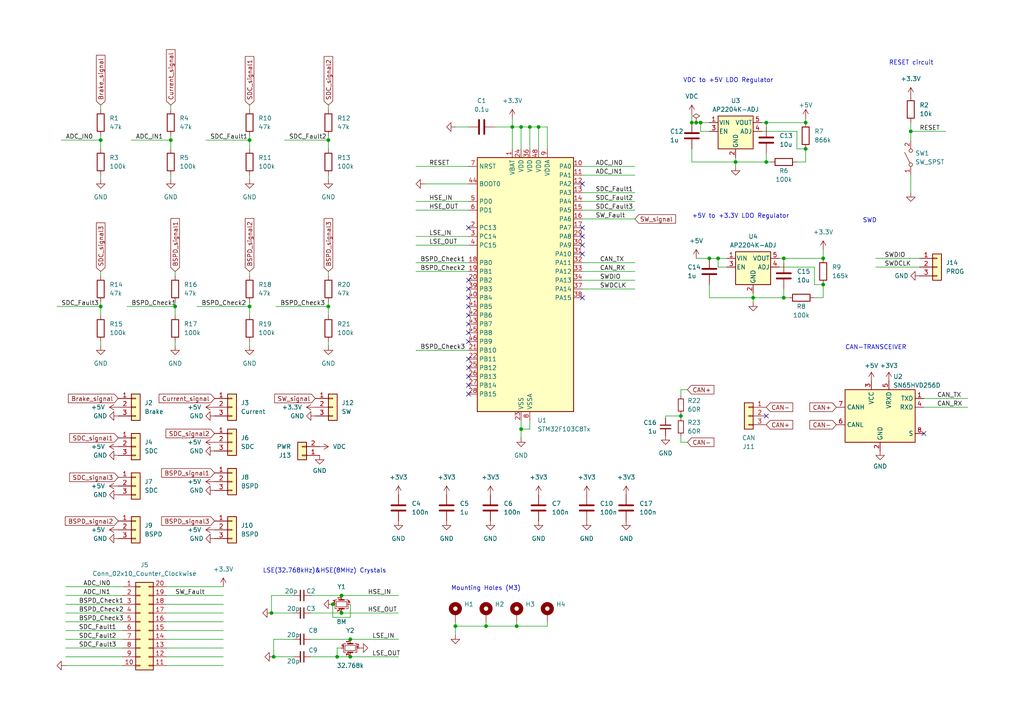
<source format=kicad_sch>
(kicad_sch (version 20230121) (generator eeschema)
  (paper "A4")
  (junction (at 96.52 175.26))
  (junction (at 97.79 190.5))
  (junction (at 132.08 181.61))
  (junction (at 233.68 35.56))
  (junction (at 99.06 177.8))
  (junction (at 149.86 181.61))
  (junction (at 208.28 74.93))
  (junction (at 201.93 35.56))
  (junction (at 72.39 40.64))
  (junction (at 72.39 88.9))
  (junction (at 156.21 36.83))
  (junction (at 50.8 88.9))
  (junction (at 238.76 74.93))
  (junction (at 101.6 190.5))
  (junction (at 153.67 36.83))
  (junction (at 222.25 35.56))
  (junction (at 227.33 74.93))
  (junction (at 95.25 88.9))
  (junction (at 197.485 120.65))
  (junction (at 99.06 172.72))
  (junction (at 203.2 35.56))
  (junction (at 200.66 35.56))
  (junction (at 140.97 181.61))
  (junction (at 101.6 185.42))
  (junction (at 29.21 40.64))
  (junction (at 148.59 36.83))
  (junction (at 205.74 74.93))
  (junction (at 227.33 86.36))
  (junction (at 233.68 43.18))
  (junction (at 222.25 46.99))
  (junction (at 29.21 88.9))
  (junction (at 238.76 82.55))
  (junction (at 218.44 86.36))
  (junction (at 213.36 46.99))
  (junction (at 79.375 190.5))
  (junction (at 95.25 40.64))
  (junction (at 264.16 38.1))
  (junction (at 151.13 124.46))
  (junction (at 49.53 40.64))
  (junction (at 78.74 177.8))
  (junction (at 151.13 36.83))
  (no_connect (at 135.89 96.52))
  (no_connect (at 135.89 104.14))
  (no_connect (at 222.25 120.65))
  (no_connect (at 267.97 125.73))
  (no_connect (at 168.91 66.04))
  (no_connect (at 135.89 106.68))
  (no_connect (at 135.89 111.76))
  (no_connect (at 168.91 53.34))
  (no_connect (at 135.89 93.98))
  (no_connect (at 135.89 86.36))
  (no_connect (at 135.89 114.3))
  (no_connect (at 135.89 66.04))
  (no_connect (at 168.91 73.66))
  (no_connect (at 135.89 88.9))
  (no_connect (at 168.91 71.12))
  (no_connect (at 135.89 91.44))
  (no_connect (at 135.89 83.82))
  (no_connect (at 168.91 86.36))
  (no_connect (at 135.89 81.28))
  (no_connect (at 168.91 68.58))
  (no_connect (at 135.89 109.22))
  (no_connect (at 135.89 99.06))
  (wire (pts (xy 238.76 82.55) (xy 238.76 86.36)))
  (wire (pts (xy 153.67 36.83) (xy 153.67 43.18)))
  (wire (pts (xy 267.97 115.57) (xy 280.67 115.57)))
  (wire (pts (xy 151.13 36.83) (xy 153.67 36.83)))
  (wire (pts (xy 29.21 99.06) (xy 29.21 100.33)))
  (wire (pts (xy 101.6 185.42) (xy 115.57 185.42)))
  (wire (pts (xy 120.65 71.12) (xy 135.89 71.12)))
  (wire (pts (xy 220.98 38.1) (xy 231.14 38.1)))
  (wire (pts (xy 29.21 39.37) (xy 29.21 40.64)))
  (wire (pts (xy 48.26 175.26) (xy 64.77 175.26)))
  (wire (pts (xy 19.05 193.04) (xy 35.56 193.04)))
  (wire (pts (xy 143.51 36.83) (xy 148.59 36.83)))
  (wire (pts (xy 72.39 40.64) (xy 72.39 43.18)))
  (wire (pts (xy 156.21 36.83) (xy 158.75 36.83)))
  (wire (pts (xy 132.08 181.61) (xy 132.08 184.15)))
  (wire (pts (xy 29.21 88.9) (xy 29.21 91.44)))
  (wire (pts (xy 238.76 72.39) (xy 238.76 74.93)))
  (wire (pts (xy 168.91 60.96) (xy 184.15 60.96)))
  (wire (pts (xy 19.05 185.42) (xy 35.56 185.42)))
  (wire (pts (xy 29.21 30.48) (xy 29.21 31.75)))
  (wire (pts (xy 222.25 35.56) (xy 222.25 36.83)))
  (wire (pts (xy 222.25 35.56) (xy 233.68 35.56)))
  (wire (pts (xy 254 74.93) (xy 266.7 74.93)))
  (wire (pts (xy 197.485 128.27) (xy 197.485 126.365)))
  (wire (pts (xy 90.17 190.5) (xy 97.79 190.5)))
  (wire (pts (xy 197.485 120.015) (xy 197.485 120.65)))
  (wire (pts (xy 97.79 187.96) (xy 97.79 190.5)))
  (wire (pts (xy 29.21 40.64) (xy 29.21 43.18)))
  (wire (pts (xy 264.16 38.1) (xy 274.32 38.1)))
  (wire (pts (xy 38.1 40.64) (xy 49.53 40.64)))
  (wire (pts (xy 140.97 181.61) (xy 149.86 181.61)))
  (wire (pts (xy 227.33 74.93) (xy 227.33 76.2)))
  (wire (pts (xy 231.14 46.99) (xy 233.68 46.99)))
  (wire (pts (xy 197.485 113.03) (xy 197.485 114.935)))
  (wire (pts (xy 95.25 88.9) (xy 95.25 91.44)))
  (wire (pts (xy 19.05 182.88) (xy 35.56 182.88)))
  (wire (pts (xy 49.53 40.64) (xy 49.53 43.18)))
  (wire (pts (xy 19.05 190.5) (xy 35.56 190.5)))
  (wire (pts (xy 49.53 50.8) (xy 49.53 52.07)))
  (wire (pts (xy 213.36 46.99) (xy 213.36 45.72)))
  (wire (pts (xy 168.91 83.82) (xy 184.15 83.82)))
  (wire (pts (xy 264.16 38.1) (xy 264.16 40.64)))
  (wire (pts (xy 222.25 46.99) (xy 223.52 46.99)))
  (wire (pts (xy 151.13 36.83) (xy 148.59 36.83)))
  (wire (pts (xy 120.65 68.58) (xy 135.89 68.58)))
  (wire (pts (xy 120.65 60.96) (xy 135.89 60.96)))
  (wire (pts (xy 140.97 180.34) (xy 140.97 181.61)))
  (wire (pts (xy 78.74 177.8) (xy 78.74 172.72)))
  (wire (pts (xy 208.28 74.93) (xy 208.28 77.47)))
  (wire (pts (xy 151.13 121.92) (xy 151.13 124.46)))
  (wire (pts (xy 95.25 39.37) (xy 95.25 40.64)))
  (wire (pts (xy 78.74 177.8) (xy 85.09 177.8)))
  (wire (pts (xy 203.2 35.56) (xy 203.2 38.1)))
  (wire (pts (xy 233.68 34.29) (xy 233.68 35.56)))
  (wire (pts (xy 158.75 181.61) (xy 158.75 180.34)))
  (wire (pts (xy 48.26 190.5) (xy 64.77 190.5)))
  (wire (pts (xy 48.26 185.42) (xy 64.77 185.42)))
  (wire (pts (xy 101.6 190.5) (xy 115.57 190.5)))
  (wire (pts (xy 95.25 78.74) (xy 95.25 80.01)))
  (wire (pts (xy 19.05 177.8) (xy 35.56 177.8)))
  (wire (pts (xy 168.91 78.74) (xy 184.15 78.74)))
  (wire (pts (xy 72.39 99.06) (xy 72.39 100.33)))
  (wire (pts (xy 101.6 175.26) (xy 101.6 179.07)))
  (wire (pts (xy 168.91 48.26) (xy 184.15 48.26)))
  (wire (pts (xy 168.91 58.42) (xy 184.15 58.42)))
  (wire (pts (xy 97.79 190.5) (xy 101.6 190.5)))
  (wire (pts (xy 95.25 99.06) (xy 95.25 100.33)))
  (wire (pts (xy 254 77.47) (xy 266.7 77.47)))
  (wire (pts (xy 72.39 30.48) (xy 72.39 31.75)))
  (wire (pts (xy 50.8 87.63) (xy 50.8 88.9)))
  (wire (pts (xy 72.39 78.74) (xy 72.39 80.01)))
  (wire (pts (xy 213.36 46.99) (xy 222.25 46.99)))
  (wire (pts (xy 120.65 76.2) (xy 135.89 76.2)))
  (wire (pts (xy 79.375 190.5) (xy 85.09 190.5)))
  (wire (pts (xy 201.93 74.93) (xy 205.74 74.93)))
  (wire (pts (xy 49.53 30.48) (xy 49.53 31.75)))
  (wire (pts (xy 236.22 77.47) (xy 236.22 82.55)))
  (wire (pts (xy 72.39 88.9) (xy 72.39 91.44)))
  (wire (pts (xy 48.26 177.8) (xy 64.77 177.8)))
  (wire (pts (xy 231.14 38.1) (xy 231.14 43.18)))
  (wire (pts (xy 95.25 87.63) (xy 95.25 88.9)))
  (wire (pts (xy 151.13 124.46) (xy 151.13 127)))
  (wire (pts (xy 153.67 36.83) (xy 156.21 36.83)))
  (wire (pts (xy 79.375 190.5) (xy 79.375 185.42)))
  (wire (pts (xy 208.28 74.93) (xy 210.82 74.93)))
  (wire (pts (xy 226.06 74.93) (xy 227.33 74.93)))
  (wire (pts (xy 50.8 78.74) (xy 50.8 80.01)))
  (wire (pts (xy 72.39 50.8) (xy 72.39 52.07)))
  (wire (pts (xy 29.21 50.8) (xy 29.21 52.07)))
  (wire (pts (xy 49.53 39.37) (xy 49.53 40.64)))
  (wire (pts (xy 227.33 83.82) (xy 227.33 86.36)))
  (wire (pts (xy 236.22 86.36) (xy 238.76 86.36)))
  (wire (pts (xy 48.26 170.18) (xy 64.77 170.18)))
  (wire (pts (xy 205.74 74.93) (xy 208.28 74.93)))
  (wire (pts (xy 193.04 120.65) (xy 193.04 121.285)))
  (wire (pts (xy 148.59 36.83) (xy 148.59 43.18)))
  (wire (pts (xy 168.91 50.8) (xy 184.15 50.8)))
  (wire (pts (xy 78.74 172.72) (xy 85.09 172.72)))
  (wire (pts (xy 201.93 35.56) (xy 203.2 35.56)))
  (wire (pts (xy 267.97 118.11) (xy 280.67 118.11)))
  (wire (pts (xy 149.86 181.61) (xy 158.75 181.61)))
  (wire (pts (xy 149.86 180.34) (xy 149.86 181.61)))
  (wire (pts (xy 236.22 82.55) (xy 238.76 82.55)))
  (wire (pts (xy 59.69 40.64) (xy 72.39 40.64)))
  (wire (pts (xy 99.06 187.96) (xy 97.79 187.96)))
  (wire (pts (xy 90.17 177.8) (xy 99.06 177.8)))
  (wire (pts (xy 197.485 120.65) (xy 197.485 121.285)))
  (wire (pts (xy 205.74 86.36) (xy 218.44 86.36)))
  (wire (pts (xy 132.08 180.34) (xy 132.08 181.61)))
  (wire (pts (xy 80.01 88.9) (xy 95.25 88.9)))
  (wire (pts (xy 48.26 193.04) (xy 64.77 193.04)))
  (wire (pts (xy 57.15 88.9) (xy 72.39 88.9)))
  (wire (pts (xy 36.83 88.9) (xy 50.8 88.9)))
  (wire (pts (xy 168.91 63.5) (xy 184.15 63.5)))
  (wire (pts (xy 72.39 87.63) (xy 72.39 88.9)))
  (wire (pts (xy 99.06 172.72) (xy 115.57 172.72)))
  (wire (pts (xy 203.2 38.1) (xy 205.74 38.1)))
  (wire (pts (xy 90.17 185.42) (xy 101.6 185.42)))
  (wire (pts (xy 120.65 78.74) (xy 135.89 78.74)))
  (wire (pts (xy 218.44 86.36) (xy 218.44 85.09)))
  (wire (pts (xy 120.65 58.42) (xy 135.89 58.42)))
  (wire (pts (xy 29.21 78.74) (xy 29.21 80.01)))
  (wire (pts (xy 50.8 99.06) (xy 50.8 100.33)))
  (wire (pts (xy 95.25 40.64) (xy 95.25 43.18)))
  (wire (pts (xy 200.66 43.18) (xy 200.66 46.99)))
  (wire (pts (xy 151.13 43.18) (xy 151.13 36.83)))
  (wire (pts (xy 48.26 172.72) (xy 64.77 172.72)))
  (wire (pts (xy 19.05 175.26) (xy 35.56 175.26)))
  (wire (pts (xy 72.39 39.37) (xy 72.39 40.64)))
  (wire (pts (xy 200.66 35.56) (xy 201.93 35.56)))
  (wire (pts (xy 203.2 35.56) (xy 205.74 35.56)))
  (wire (pts (xy 156.21 36.83) (xy 156.21 43.18)))
  (wire (pts (xy 19.05 172.72) (xy 35.56 172.72)))
  (wire (pts (xy 153.67 124.46) (xy 151.13 124.46)))
  (wire (pts (xy 95.25 50.8) (xy 95.25 52.07)))
  (wire (pts (xy 200.66 33.02) (xy 200.66 35.56)))
  (wire (pts (xy 50.8 88.9) (xy 50.8 91.44)))
  (wire (pts (xy 153.67 121.92) (xy 153.67 124.46)))
  (wire (pts (xy 79.375 185.42) (xy 85.09 185.42)))
  (wire (pts (xy 120.65 48.26) (xy 135.89 48.26)))
  (wire (pts (xy 222.25 44.45) (xy 222.25 46.99)))
  (wire (pts (xy 123.19 53.34) (xy 135.89 53.34)))
  (wire (pts (xy 264.16 50.8) (xy 264.16 55.88)))
  (wire (pts (xy 16.51 88.9) (xy 29.21 88.9)))
  (wire (pts (xy 227.33 86.36) (xy 228.6 86.36)))
  (wire (pts (xy 193.04 120.65) (xy 197.485 120.65)))
  (wire (pts (xy 120.65 101.6) (xy 135.89 101.6)))
  (wire (pts (xy 199.39 128.27) (xy 197.485 128.27)))
  (wire (pts (xy 231.14 43.18) (xy 233.68 43.18)))
  (wire (pts (xy 19.05 180.34) (xy 35.56 180.34)))
  (wire (pts (xy 48.26 182.88) (xy 64.77 182.88)))
  (wire (pts (xy 220.98 35.56) (xy 222.25 35.56)))
  (wire (pts (xy 29.21 87.63) (xy 29.21 88.9)))
  (wire (pts (xy 200.66 46.99) (xy 213.36 46.99)))
  (wire (pts (xy 208.28 77.47) (xy 210.82 77.47)))
  (wire (pts (xy 19.05 170.18) (xy 35.56 170.18)))
  (wire (pts (xy 233.68 43.18) (xy 233.68 46.99)))
  (wire (pts (xy 82.55 40.64) (xy 95.25 40.64)))
  (wire (pts (xy 264.16 38.1) (xy 264.16 35.56)))
  (wire (pts (xy 132.08 181.61) (xy 140.97 181.61)))
  (wire (pts (xy 168.91 76.2) (xy 184.15 76.2)))
  (wire (pts (xy 218.44 87.63) (xy 218.44 86.36)))
  (wire (pts (xy 101.6 179.07) (xy 96.52 179.07)))
  (wire (pts (xy 96.52 179.07) (xy 96.52 175.26)))
  (wire (pts (xy 132.08 36.83) (xy 135.89 36.83)))
  (wire (pts (xy 17.78 40.64) (xy 29.21 40.64)))
  (wire (pts (xy 218.44 86.36) (xy 227.33 86.36)))
  (wire (pts (xy 95.25 30.48) (xy 95.25 31.75)))
  (wire (pts (xy 158.75 36.83) (xy 158.75 43.18)))
  (wire (pts (xy 48.26 180.34) (xy 64.77 180.34)))
  (wire (pts (xy 99.06 177.8) (xy 115.57 177.8)))
  (wire (pts (xy 226.06 77.47) (xy 236.22 77.47)))
  (wire (pts (xy 205.74 82.55) (xy 205.74 86.36)))
  (wire (pts (xy 148.59 34.29) (xy 148.59 36.83)))
  (wire (pts (xy 168.91 81.28) (xy 184.15 81.28)))
  (wire (pts (xy 227.33 74.93) (xy 238.76 74.93)))
  (wire (pts (xy 199.39 113.03) (xy 197.485 113.03)))
  (wire (pts (xy 168.91 55.88) (xy 184.15 55.88)))
  (wire (pts (xy 90.17 172.72) (xy 99.06 172.72)))
  (wire (pts (xy 213.36 48.26) (xy 213.36 46.99)))
  (wire (pts (xy 19.05 187.96) (xy 35.56 187.96)))
  (wire (pts (xy 48.26 187.96) (xy 64.77 187.96)))
  (text "+5V to +3.3V LDO Regulator\n" (at 200.66 63.5 0) (effects (font (size 1.27 1.27)) (justify left bottom)))
  (text "SWD\n" (at 250.19 64.77 0) (effects (font (size 1.27 1.27)) (justify left bottom)))
  (text "Mounting Holes (M3)\n" (at 130.81 171.45 0) (effects (font (size 1.27 1.27)) (justify left bottom)))
  (text "RESET circuit" (at 257.81 19.05 0) (effects (font (size 1.27 1.27)) (justify left bottom)))
  (text "VDC to +5V LDO Regulator\n" (at 198.12 24.13 0) (effects (font (size 1.27 1.27)) (justify left bottom)))
  (text "CAN-TRANSCEIVER" (at 245.11 101.6 0) (effects (font (size 1.27 1.27)) (justify left bottom)))
  (text "LSE(32.768kHz)&HSE(8MHz) Crystals\n" (at 76.2 166.37 0) (effects (font (size 1.27 1.27)) (justify left bottom)))
  (label "HSE_OUT" (at 124.46 60.96 0))
  (label "HSE_OUT" (at 106.68 177.8 0))
  (label "BSPD_Check1" (at 121.92 76.2 0))
  (label "ADC_IN0" (at 24.13 170.18 0))
  (label "SDC_Fault2" (at 172.72 58.42 0))
  (label "RESET" (at 124.46 48.26 0))
  (label "LSE_IN" (at 124.46 68.58 0))
  (label "BSPD_Check1" (at 22.86 175.26 0))
  (label "SDC_Fault2" (at 22.86 185.42 0))
  (label "SDC_Fault3" (at 17.78 88.9 0))
  (label "SDC_Fault1" (at 22.86 182.88 0))
  (label "BSPD_Check2" (at 58.42 88.9 0))
  (label "RESET" (at 266.7 38.1 0))
  (label "LSE_OUT" (at 107.95 190.5 0))
  (label "ADC_IN0" (at 172.72 48.26 0))
  (label "CAN_RX" (at 173.99 78.74 0))
  (label "BSPD_Check2" (at 121.92 78.74 0))
  (label "SDC_Fault1" (at 60.96 40.64 0))
  (label "SW_Fault" (at 50.8 172.72 0))
  (label "BSPD_Check3" (at 121.92 101.6 0))
  (label "CAN_TX" (at 271.78 115.57 0))
  (label "LSE_IN" (at 107.95 185.42 0))
  (label "SW_Fault" (at 172.72 63.5 0))
  (label "SWDCLK" (at 256.54 77.47 0))
  (label "ADC_IN0" (at 19.05 40.64 0))
  (label "BSPD_Check3" (at 22.86 180.34 0))
  (label "ADC_IN1" (at 24.13 172.72 0))
  (label "CAN_TX" (at 173.99 76.2 0))
  (label "SWDIO" (at 256.54 74.93 0))
  (label "ADC_IN1" (at 39.37 40.64 0))
  (label "BSPD_Check1" (at 38.1 88.9 0))
  (label "HSE_IN" (at 124.46 58.42 0))
  (label "SDC_Fault3" (at 22.86 187.96 0))
  (label "SWDIO" (at 173.99 81.28 0))
  (label "SWDCLK" (at 173.99 83.82 0))
  (label "BSPD_Check2" (at 22.86 177.8 0))
  (label "SDC_Fault1" (at 172.72 55.88 0))
  (label "SDC_Fault2" (at 83.82 40.64 0))
  (label "CAN_RX" (at 271.78 118.11 0))
  (label "ADC_IN1" (at 172.72 50.8 0))
  (label "BSPD_Check3" (at 81.28 88.9 0))
  (label "HSE_IN" (at 106.68 172.72 0))
  (label "SDC_Fault3" (at 172.72 60.96 0))
  (label "LSE_OUT" (at 124.46 71.12 0))
  (global_label "Current_signal" (shape input) (at 49.53 30.48 90) (property "Intersheetrefs" "${INTERSHEET_REFS}" (effects hide)))
  (global_label "CAN+" (shape input) (at 199.39 113.03 0) (property "Intersheetrefs" "${INTERSHEET_REFS}" (effects hide)))
  (global_label "CAN-" (shape input) (at 199.39 128.27 0) (property "Intersheetrefs" "${INTERSHEET_REFS}" (effects hide)))
  (global_label "SDC_signal1" (shape input) (at 34.29 127 180) (property "Intersheetrefs" "${INTERSHEET_REFS}" (effects hide)))
  (global_label "SDC_signal3" (shape input) (at 34.29 138.43 180) (property "Intersheetrefs" "${INTERSHEET_REFS}" (effects hide)))
  (global_label "SW_signal" (shape input) (at 91.44 115.57 180) (property "Intersheetrefs" "${INTERSHEET_REFS}" (effects hide)))
  (global_label "CAN+" (shape input) (at 242.57 118.11 180) (property "Intersheetrefs" "${INTERSHEET_REFS}" (effects hide)))
  (global_label "BSPD_signal3" (shape input) (at 62.23 151.13 180) (property "Intersheetrefs" "${INTERSHEET_REFS}" (effects hide)))
  (global_label "SW_signal" (shape input) (at 184.15 63.5 0) (property "Intersheetrefs" "${INTERSHEET_REFS}" (effects hide)))
  (global_label "BSPD_signal2" (shape input) (at 72.39 78.74 90) (property "Intersheetrefs" "${INTERSHEET_REFS}" (effects hide)))
  (global_label "SDC_signal1" (shape input) (at 72.39 30.48 90) (property "Intersheetrefs" "${INTERSHEET_REFS}" (effects hide)))
  (global_label "BSPD_signal1" (shape input) (at 62.23 137.16 180) (property "Intersheetrefs" "${INTERSHEET_REFS}" (effects hide)))
  (global_label "Current_signal" (shape input) (at 62.23 115.57 180) (property "Intersheetrefs" "${INTERSHEET_REFS}" (effects hide)))
  (global_label "BSPD_signal1" (shape input) (at 50.8 78.74 90) (property "Intersheetrefs" "${INTERSHEET_REFS}" (effects hide)))
  (global_label "Brake_signal" (shape input) (at 29.21 30.48 90) (property "Intersheetrefs" "${INTERSHEET_REFS}" (effects hide)))
  (global_label "CAN-" (shape input) (at 242.57 123.19 180) (property "Intersheetrefs" "${INTERSHEET_REFS}" (effects hide)))
  (global_label "CAN+" (shape input) (at 222.25 123.19 0) (property "Intersheetrefs" "${INTERSHEET_REFS}" (effects hide)))
  (global_label "SDC_signal2" (shape input) (at 95.25 30.48 90) (property "Intersheetrefs" "${INTERSHEET_REFS}" (effects hide)))
  (global_label "Brake_signal" (shape input) (at 34.29 115.57 180) (property "Intersheetrefs" "${INTERSHEET_REFS}" (effects hide)))
  (global_label "SDC_signal3" (shape input) (at 29.21 78.74 90) (property "Intersheetrefs" "${INTERSHEET_REFS}" (effects hide)))
  (global_label "BSPD_signal3" (shape input) (at 95.25 78.74 90) (property "Intersheetrefs" "${INTERSHEET_REFS}" (effects hide)))
  (global_label "BSPD_signal2" (shape input) (at 34.29 151.13 180) (property "Intersheetrefs" "${INTERSHEET_REFS}" (effects hide)))
  (global_label "CAN-" (shape input) (at 222.25 118.11 0) (property "Intersheetrefs" "${INTERSHEET_REFS}" (effects hide)))
  (global_label "SDC_signal2" (shape input) (at 62.23 125.73 180) (property "Intersheetrefs" "${INTERSHEET_REFS}" (effects hide)))
  (symbol (lib_id "Device:R") (at 232.41 86.36 90) (unit 1)
    (property "Reference" "R8" (at 232.41 88.9 90))
    (property "Value" "100k" (at 232.41 91.44 90))
    (property "Footprint" "Resistor_SMD:R_0603_1608Metric" (effects hide))
  )
  (symbol (lib_id "Device:C") (at 129.54 147.32 0) (unit 1)
    (property "Reference" "C5" (at 133.35 146.05 0) (effects (justify left)))
    (property "Value" "1u" (at 133.35 148.59 0) (effects (justify left)))
    (property "Footprint" "Resistor_SMD:R_0603_1608Metric" (effects hide))
  )
  (symbol (lib_id "Mechanical:MountingHole_Pad") (at 158.75 177.8 0) (unit 1) (in_bom no)
    (property "Reference" "H4" (at 161.29 175.26 0) (effects (justify left)))
    (property "Value" "MountingHole_Pad" (effects hide))
    (property "Footprint" "MountingHole:MountingHole_2.2mm_M2_Pad" (effects hide))
  )
  (symbol (lib_id "Device:Crystal_GND24_Small") (at 99.06 175.26 270) (unit 1)
    (property "Reference" "Y1" (at 99.06 170.18 90))
    (property "Value" "8M" (at 99.06 180.34 90))
    (property "Footprint" "Crystal:Crystal_SMD_SeikoEpson_FA238-4Pin_3.2x2.5mm" (effects hide))
  )
  (symbol (lib_id "Device:R") (at 95.25 83.82 0) (unit 1)
    (property "Reference" "R20" (at 97.79 82.55 0) (effects (justify left)))
    (property "Value" "47k" (at 97.79 85.09 0) (effects (justify left)))
    (property "Footprint" "Resistor_SMD:R_0603_1608Metric" (effects hide))
  )
  (symbol (lib_id "power:GND") (at 266.7 80.01 270) (unit 1)
    (property "Reference" "#PWR061" (effects hide))
    (property "Value" "GND" (at 263.525 80.01 90) (effects (justify right)))
  )
  (symbol (lib_id "Device:C") (at 227.33 80.01 0) (unit 1)
    (property "Reference" "C15" (at 231.14 78.74 0) (effects (justify left)))
    (property "Value" "10u" (at 231.14 81.28 0) (effects (justify left)))
    (property "Footprint" "Capacitor_SMD:C_0805_2012Metric" (effects hide))
  )
  (symbol (lib_id "power:GND") (at 132.08 36.83 270) (unit 1)
    (property "Reference" "#PWR03" (effects hide))
    (property "Value" "GND" (effects hide))
  )
  (symbol (lib_id "power:+5V") (at 233.68 34.29 0) (unit 1)
    (property "Reference" "#PWR025" (effects hide))
    (property "Value" "+5V" (at 233.68 30.48 0))
  )
  (symbol (lib_id "power:+5V") (at 34.29 153.67 90) (unit 1)
    (property "Reference" "#PWR053" (effects hide))
    (property "Value" "+5V" (at 30.48 153.67 90) (effects (justify left)))
  )
  (symbol (lib_id "power:+5V") (at 62.23 128.27 90) (unit 1)
    (property "Reference" "#PWR041" (effects hide))
    (property "Value" "+5V" (at 58.42 128.27 90) (effects (justify left)))
  )
  (symbol (lib_id "power:GND") (at 213.36 48.26 0) (unit 1)
    (property "Reference" "#PWR024" (effects hide))
    (property "Value" "GND" (effects hide))
  )
  (symbol (lib_id "Connector_Generic:Conn_01x02") (at 87.63 132.08 180) (unit 1)
    (property "Reference" "J13" (at 84.455 132.08 0) (effects (justify left)))
    (property "Value" "PWR" (at 84.455 129.54 0) (effects (justify left)))
    (property "Footprint" "Connector_JST:JST_XH_B2B-XH-A_1x02_P2.50mm_Vertical" (effects hide))
  )
  (symbol (lib_id "power:GND") (at 29.21 52.07 0) (unit 1)
    (property "Reference" "#PWR016" (effects hide))
    (property "Value" "GND" (at 29.21 57.15 0))
  )
  (symbol (lib_id "power:GND") (at 264.16 55.88 0) (unit 1)
    (property "Reference" "#PWR020" (effects hide))
    (property "Value" "GND" (effects hide))
  )
  (symbol (lib_id "power:+5V") (at 34.29 140.97 90) (unit 1)
    (property "Reference" "#PWR049" (effects hide))
    (property "Value" "+5V" (at 30.48 140.97 90) (effects (justify left)))
  )
  (symbol (lib_id "power:+3.3V") (at 148.59 34.29 0) (unit 1)
    (property "Reference" "#PWR02" (effects hide))
    (property "Value" "+3.3V" (at 148.59 29.21 0))
  )
  (symbol (lib_id "Device:C") (at 222.25 40.64 0) (unit 1)
    (property "Reference" "C13" (at 226.06 39.37 0) (effects (justify left)))
    (property "Value" "10u" (at 226.06 41.91 0) (effects (justify left)))
    (property "Footprint" "Capacitor_SMD:C_0805_2012Metric" (effects hide))
  )
  (symbol (lib_id "Device:C") (at 156.21 147.32 0) (unit 1)
    (property "Reference" "C7" (at 160.02 146.05 0) (effects (justify left)))
    (property "Value" "100n" (at 160.02 148.59 0) (effects (justify left)))
    (property "Footprint" "Resistor_SMD:R_0603_1608Metric" (effects hide))
  )
  (symbol (lib_id "power:GND") (at 19.05 193.04 270) (unit 1)
    (property "Reference" "#PWR015" (effects hide))
    (property "Value" "GND" (effects hide))
  )
  (symbol (lib_id "Mechanical:MountingHole_Pad") (at 132.08 177.8 0) (unit 1) (in_bom no)
    (property "Reference" "H1" (at 134.62 175.26 0) (effects (justify left)))
    (property "Value" "MountingHole_Pad" (effects hide))
    (property "Footprint" "MountingHole:MountingHole_2.2mm_M2_Pad" (effects hide))
  )
  (symbol (lib_id "power:+3.3V") (at 64.77 170.18 0) (unit 1)
    (property "Reference" "#PWR014" (effects hide))
    (property "Value" "+3.3V" (at 64.77 165.1 0))
  )
  (symbol (lib_id "power:+5V") (at 201.93 74.93 0) (unit 1)
    (property "Reference" "#PWR028" (effects hide))
    (property "Value" "+5V" (at 201.93 69.85 0))
  )
  (symbol (lib_id "Device:C_Small") (at 87.63 190.5 270) (unit 1)
    (property "Reference" "C9" (at 90.805 188.595 90))
    (property "Value" "20p" (at 85.09 191.77 90))
    (property "Footprint" "Capacitor_SMD:C_0603_1608Metric" (effects hide))
  )
  (symbol (lib_id "Device:R") (at 72.39 95.25 0) (unit 1)
    (property "Reference" "R19" (at 74.93 93.98 0) (effects (justify left)))
    (property "Value" "100k" (at 74.93 96.52 0) (effects (justify left)))
    (property "Footprint" "Resistor_SMD:R_0603_1608Metric" (effects hide))
  )
  (symbol (lib_id "Connector_Generic:Conn_01x03") (at 39.37 153.67 0) (unit 1)
    (property "Reference" "J9" (at 41.91 152.4 0) (effects (justify left)))
    (property "Value" "BSPD" (at 41.91 154.94 0) (effects (justify left)))
    (property "Footprint" "Connector_JST:JST_XH_B3B-XH-A_1x03_P2.50mm_Vertical" (effects hide))
  )
  (symbol (lib_id "power:+3V3") (at 170.18 143.51 0) (unit 1)
    (property "Reference" "#PWR018" (effects hide))
    (property "Value" "+3V3" (at 170.18 138.43 0))
  )
  (symbol (lib_id "power:GND") (at 95.25 52.07 0) (unit 1)
    (property "Reference" "#PWR034" (effects hide))
    (property "Value" "GND" (at 95.25 57.15 0))
  )
  (symbol (lib_id "Connector_Generic:Conn_01x03") (at 39.37 140.97 0) (unit 1)
    (property "Reference" "J7" (at 41.91 139.7 0) (effects (justify left)))
    (property "Value" "SDC" (at 41.91 142.24 0) (effects (justify left)))
    (property "Footprint" "Connector_JST:JST_XH_B3B-XH-A_1x03_P2.50mm_Vertical" (effects hide))
  )
  (symbol (lib_id "power:GND") (at 129.54 151.13 0) (unit 1)
    (property "Reference" "#PWR08" (effects hide))
    (property "Value" "GND" (at 129.54 156.21 0))
  )
  (symbol (lib_id "Device:R_Small") (at 197.485 117.475 0) (unit 1)
    (property "Reference" "R22" (at 199.39 116.205 0) (effects (justify left)))
    (property "Value" "60R" (at 199.39 118.745 0) (effects (justify left)))
    (property "Footprint" "Resistor_SMD:R_0603_1608Metric" (effects hide))
  )
  (symbol (lib_id "Device:C_Small") (at 87.63 185.42 270) (unit 1)
    (property "Reference" "C8" (at 90.805 182.88 90))
    (property "Value" "20p" (at 85.09 184.15 90))
    (property "Footprint" "Capacitor_SMD:C_0603_1608Metric" (effects hide))
  )
  (symbol (lib_id "power:GND") (at 115.57 151.13 0) (unit 1)
    (property "Reference" "#PWR06" (effects hide))
    (property "Value" "GND" (at 115.57 156.21 0))
  )
  (symbol (lib_id "Device:R") (at 72.39 83.82 0) (unit 1)
    (property "Reference" "R18" (at 74.93 82.55 0) (effects (justify left)))
    (property "Value" "47k" (at 74.93 85.09 0) (effects (justify left)))
    (property "Footprint" "Resistor_SMD:R_0603_1608Metric" (effects hide))
  )
  (symbol (lib_id "Device:R") (at 95.25 35.56 0) (unit 1)
    (property "Reference" "R12" (at 97.79 34.29 0) (effects (justify left)))
    (property "Value" "47k" (at 97.79 36.83 0) (effects (justify left)))
    (property "Footprint" "Resistor_SMD:R_0603_1608Metric" (effects hide))
  )
  (symbol (lib_id "Device:R") (at 264.16 31.75 0) (unit 1)
    (property "Reference" "R2" (at 266.7 30.48 0) (effects (justify left)))
    (property "Value" "10k" (at 266.7 33.02 0) (effects (justify left)))
    (property "Footprint" "Resistor_SMD:R_0603_1608Metric" (effects hide))
  )
  (symbol (lib_id "power:+3.3V") (at 264.16 27.94 0) (unit 1)
    (property "Reference" "#PWR019" (effects hide))
    (property "Value" "+3.3V" (at 264.16 22.86 0))
  )
  (symbol (lib_id "power:GND") (at 123.19 53.34 270) (unit 1)
    (property "Reference" "#PWR013" (effects hide))
    (property "Value" "GND" (effects hide))
  )
  (symbol (lib_id "power:GND") (at 50.8 100.33 0) (unit 1)
    (property "Reference" "#PWR038" (effects hide))
    (property "Value" "GND" (at 50.8 105.41 0))
  )
  (symbol (lib_id "power:+5V") (at 34.29 118.11 90) (unit 1)
    (property "Reference" "#PWR029" (effects hide))
    (property "Value" "+5V" (at 30.48 118.11 90) (effects (justify left)))
  )
  (symbol (lib_id "power:GND") (at 170.18 151.13 0) (unit 1)
    (property "Reference" "#PWR062" (effects hide))
    (property "Value" "GND" (at 170.18 156.21 0))
  )
  (symbol (lib_id "Regulator_Linear:AP2204K-ADJ") (at 218.44 77.47 0) (unit 1)
    (property "Reference" "U4" (at 218.44 68.58 0))
    (property "Value" "AP2204K-ADJ" (at 218.44 71.12 0))
    (property "Footprint" "Package_TO_SOT_SMD:SOT-23-5" (effects hide))
    (property "Datasheet" "https://www.diodes.com/assets/Datasheets/AP2204.pdf" (effects hide))
  )
  (symbol (lib_id "power:+3V3") (at 129.54 143.51 0) (unit 1)
    (property "Reference" "#PWR07" (effects hide))
    (property "Value" "+3V3" (at 129.54 138.43 0))
  )
  (symbol (lib_id "power:GND") (at 49.53 52.07 0) (unit 1)
    (property "Reference" "#PWR030" (effects hide))
    (property "Value" "GND" (at 49.53 57.15 0))
  )
  (symbol (lib_id "power:+3V3") (at 156.21 143.51 0) (unit 1)
    (property "Reference" "#PWR011" (effects hide))
    (property "Value" "+3V3" (at 156.21 138.43 0))
  )
  (symbol (lib_id "power:GND") (at 91.44 120.65 270) (unit 1)
    (property "Reference" "#PWR058" (effects hide))
    (property "Value" "GND" (at 88.265 120.65 90) (effects (justify right)))
  )
  (symbol (lib_id "Device:C") (at 139.7 36.83 90) (unit 1)
    (property "Reference" "C1" (at 139.7 29.21 90))
    (property "Value" "0.1u" (at 139.7 31.75 90))
  )
  (symbol (lib_id "Device:R") (at 95.25 95.25 0) (unit 1)
    (property "Reference" "R21" (at 97.79 93.98 0) (effects (justify left)))
    (property "Value" "100k" (at 97.79 96.52 0) (effects (justify left)))
    (property "Footprint" "Resistor_SMD:R_0603_1608Metric" (effects hide))
  )
  (symbol (lib_id "Device:R") (at 49.53 35.56 0) (unit 1)
    (property "Reference" "R4" (at 52.07 34.29 0) (effects (justify left)))
    (property "Value" "47k" (at 52.07 36.83 0) (effects (justify left)))
    (property "Footprint" "Resistor_SMD:R_0603_1608Metric" (effects hide))
  )
  (symbol (lib_id "Device:R") (at 29.21 95.25 0) (unit 1)
    (property "Reference" "R15" (at 31.75 93.98 0) (effects (justify left)))
    (property "Value" "100k" (at 31.75 96.52 0) (effects (justify left)))
    (property "Footprint" "Resistor_SMD:R_0603_1608Metric" (effects hide))
  )
  (symbol (lib_id "power:GND") (at 34.29 143.51 270) (unit 1)
    (property "Reference" "#PWR050" (effects hide))
    (property "Value" "GND" (at 31.115 143.51 90) (effects (justify right)))
  )
  (symbol (lib_id "Device:R") (at 29.21 35.56 0) (unit 1)
    (property "Reference" "R1" (at 31.75 34.29 0) (effects (justify left)))
    (property "Value" "47k" (at 31.75 36.83 0) (effects (justify left)))
    (property "Footprint" "Resistor_SMD:R_0603_1608Metric" (effects hide))
  )
  (symbol (lib_id "Connector_Generic:Conn_01x03") (at 67.31 139.7 0) (unit 1)
    (property "Reference" "J8" (at 69.85 138.43 0) (effects (justify left)))
    (property "Value" "BSPD" (at 69.85 140.97 0) (effects (justify left)))
    (property "Footprint" "Connector_JST:JST_XH_B3B-XH-A_1x03_P2.50mm_Vertical" (effects hide))
  )
  (symbol (lib_id "power:+5V") (at 62.23 118.11 90) (unit 1)
    (property "Reference" "#PWR033" (effects hide))
    (property "Value" "+5V" (at 58.42 118.11 90) (effects (justify left)))
  )
  (symbol (lib_id "power:GND") (at 156.21 151.13 0) (unit 1)
    (property "Reference" "#PWR012" (effects hide))
    (property "Value" "GND" (at 156.21 156.21 0))
  )
  (symbol (lib_id "Device:C_Small") (at 87.63 177.8 270) (unit 1)
    (property "Reference" "C3" (at 90.17 176.53 90))
    (property "Value" "20p" (at 85.09 176.53 90))
    (property "Footprint" "Capacitor_SMD:C_0603_1608Metric" (effects hide))
  )
  (symbol (lib_id "power:GND") (at 218.44 87.63 0) (unit 1)
    (property "Reference" "#PWR026" (effects hide))
    (property "Value" "GND" (effects hide))
  )
  (symbol (lib_id "power:GND") (at 92.71 132.08 0) (unit 1)
    (property "Reference" "#PWR059" (effects hide))
    (property "Value" "GND" (at 92.71 136.525 0))
  )
  (symbol (lib_id "power:+3.3V") (at 91.44 118.11 90) (unit 1)
    (property "Reference" "#PWR057" (effects hide))
    (property "Value" "+3.3V" (at 87.63 118.11 90) (effects (justify left)))
  )
  (symbol (lib_id "Connector_Generic:Conn_01x03") (at 96.52 118.11 0) (unit 1)
    (property "Reference" "J12" (at 99.06 116.84 0) (effects (justify left)))
    (property "Value" "SW" (at 99.06 119.38 0) (effects (justify left)))
    (property "Footprint" "Connector_JST:JST_XH_B3B-XH-A_1x03_P2.50mm_Vertical" (effects hide))
  )
  (symbol (lib_id "Connector_Generic:Conn_01x03") (at 217.17 120.65 0) (mirror y) (unit 1)
    (property "Reference" "J11" (at 217.17 129.54 0))
    (property "Value" "CAN" (at 217.17 127 0))
    (property "Footprint" "Connector_JST:JST_XH_B3B-XH-A_1x03_P2.50mm_Vertical" (effects hide))
  )
  (symbol (lib_id "Device:C") (at 142.24 147.32 0) (unit 1)
    (property "Reference" "C6" (at 146.05 146.05 0) (effects (justify left)))
    (property "Value" "100n" (at 146.05 148.59 0) (effects (justify left)))
    (property "Footprint" "Resistor_SMD:R_0603_1608Metric" (effects hide))
  )
  (symbol (lib_id "Connector_Generic:Conn_01x03") (at 67.31 153.67 0) (unit 1)
    (property "Reference" "J10" (at 69.85 152.4 0) (effects (justify left)))
    (property "Value" "BSPD" (at 69.85 154.94 0) (effects (justify left)))
    (property "Footprint" "Connector_JST:JST_XH_B3B-XH-A_1x03_P2.50mm_Vertical" (effects hide))
  )
  (symbol (lib_id "power:VDC") (at 92.71 129.54 270) (unit 1)
    (property "Reference" "#PWR017" (effects hide))
    (property "Value" "VDC" (at 96.52 129.54 90) (effects (justify left)))
  )
  (symbol (lib_id "power:GND") (at 62.23 120.65 270) (unit 1)
    (property "Reference" "#PWR035" (effects hide))
    (property "Value" "GND" (at 59.055 120.65 90) (effects (justify right)))
  )
  (symbol (lib_id "power:GND") (at 95.25 100.33 0) (unit 1)
    (property "Reference" "#PWR042" (effects hide))
    (property "Value" "GND" (at 95.25 105.41 0))
  )
  (symbol (lib_id "power:GND") (at 79.375 190.5 270) (unit 1)
    (property "Reference" "#PWR022" (effects hide))
    (property "Value" "GND" (effects hide))
  )
  (symbol (lib_id "Mechanical:MountingHole_Pad") (at 140.97 177.8 0) (unit 1) (in_bom no)
    (property "Reference" "H2" (at 143.51 175.26 0) (effects (justify left)))
    (property "Value" "MountingHole_Pad" (effects hide))
    (property "Footprint" "MountingHole:MountingHole_2.2mm_M2_Pad" (effects hide))
  )
  (symbol (lib_id "Switch:SW_SPST") (at 264.16 45.72 90) (unit 1)
    (property "Reference" "SW1" (at 265.43 44.45 90) (effects (justify right)))
    (property "Value" "SW_SPST" (at 265.43 46.99 90) (effects (justify right)))
    (property "Footprint" "Button_Switch_SMD:SW_SPST_FSMSM" (effects hide))
  )
  (symbol (lib_id "Device:R_Small") (at 197.485 123.825 0) (unit 1)
    (property "Reference" "R23" (at 199.39 122.555 0) (effects (justify left)))
    (property "Value" "60R" (at 199.39 125.095 0) (effects (justify left)))
    (property "Footprint" "Resistor_SMD:R_0603_1608Metric" (effects hide))
  )
  (symbol (lib_id "power:+5V") (at 252.73 110.49 0) (unit 1)
    (property "Reference" "#PWR045" (effects hide))
    (property "Value" "+5V" (at 252.73 106.045 0))
  )
  (symbol (lib_id "Device:Crystal_GND24_Small") (at 101.6 187.96 90) (mirror x) (unit 1)
    (property "Reference" "Y2" (at 101.6 182.88 90))
    (property "Value" "32.768k" (at 101.6 193.04 90))
    (property "Footprint" "Crystal:Crystal_SMD_SeikoEpson_FA238-4Pin_3.2x2.5mm" (effects hide))
  )
  (symbol (lib_id "power:+3V3") (at 142.24 143.51 0) (unit 1)
    (property "Reference" "#PWR09" (effects hide))
    (property "Value" "+3V3" (at 142.24 138.43 0))
  )
  (symbol (lib_id "Device:C_Small") (at 87.63 172.72 270) (unit 1)
    (property "Reference" "C2" (at 90.17 171.45 90))
    (property "Value" "20p" (at 84.455 171.45 90))
    (property "Footprint" "Capacitor_SMD:C_0603_1608Metric" (effects hide))
  )
  (symbol (lib_id "power:GND") (at 255.27 130.81 0) (unit 1)
    (property "Reference" "#PWR046" (effects hide))
    (property "Value" "GND" (at 255.27 135.255 0))
  )
  (symbol (lib_id "Device:C_Small") (at 193.04 123.825 0) (mirror y) (unit 1)
    (property "Reference" "C16" (at 190.5 122.5613 0) (effects (justify left)))
    (property "Value" "1u" (at 190.5 125.1013 0) (effects (justify left)))
    (property "Footprint" "Capacitor_SMD:C_0603_1608Metric" (effects hide))
  )
  (symbol (lib_id "Interface_CAN_LIN:SN65HVD256D") (at 255.27 120.65 0) (mirror y) (unit 1)
    (property "Reference" "U2" (at 259.08 109.22 0) (effects (justify right)))
    (property "Value" "SN65HVD256D" (at 259.08 111.76 0) (effects (justify right)))
    (property "Footprint" "Package_SO:SOIC-8_3.9x4.9mm_P1.27mm" (effects hide))
    (property "Datasheet" "https://www.ti.com/lit/ds/symlink/sn65hvd257.pdf" (effects hide))
  )
  (symbol (lib_id "power:GND") (at 142.24 151.13 0) (unit 1)
    (property "Reference" "#PWR010" (effects hide))
    (property "Value" "GND" (at 142.24 156.21 0))
  )
  (symbol (lib_id "power:GND") (at 78.74 177.8 270) (unit 1)
    (property "Reference" "#PWR04" (effects hide))
    (property "Value" "GND" (effects hide))
  )
  (symbol (lib_id "Regulator_Linear:AP2204K-ADJ") (at 213.36 38.1 0) (unit 1)
    (property "Reference" "U3" (at 213.36 29.21 0))
    (property "Value" "AP2204K-ADJ" (at 213.36 31.75 0))
    (property "Footprint" "Package_TO_SOT_SMD:SOT-23-5" (effects hide))
    (property "Datasheet" "https://www.diodes.com/assets/Datasheets/AP2204.pdf" (effects hide))
  )
  (symbol (lib_id "Connector_Generic:Conn_01x03") (at 271.78 77.47 0) (unit 1)
    (property "Reference" "J14" (at 274.32 76.2 0) (effects (justify left)))
    (property "Value" "PROG" (at 274.32 78.74 0) (effects (justify left)))
    (property "Footprint" "Connector_PinHeader_2.54mm:PinHeader_1x03_P2.54mm_Vertical" (effects hide))
  )
  (symbol (lib_id "power:+3.3V") (at 238.76 72.39 0) (unit 1)
    (property "Reference" "#PWR027" (effects hide))
    (property "Value" "+3.3V" (at 238.76 67.31 0))
  )
  (symbol (lib_id "power:VDC") (at 200.66 33.02 0) (unit 1)
    (property "Reference" "#PWR023" (effects hide))
    (property "Value" "VDC" (at 200.66 27.94 0))
  )
  (symbol (lib_id "power:+5V") (at 62.23 139.7 90) (unit 1)
    (property "Reference" "#PWR051" (effects hide))
    (property "Value" "+5V" (at 58.42 139.7 90) (effects (justify left)))
  )
  (symbol (lib_id "power:GND") (at 34.29 120.65 270) (unit 1)
    (property "Reference" "#PWR031" (effects hide))
    (property "Value" "GND" (at 31.115 120.65 90) (effects (justify right)))
  )
  (symbol (lib_id "power:GND") (at 29.21 100.33 0) (unit 1)
    (property "Reference" "#PWR036" (effects hide))
    (property "Value" "GND" (at 29.21 105.41 0))
  )
  (symbol (lib_id "Device:R") (at 29.21 46.99 0) (unit 1)
    (property "Reference" "R3" (at 31.75 45.72 0) (effects (justify left)))
    (property "Value" "100k" (at 31.75 48.26 0) (effects (justify left)))
    (property "Footprint" "Resistor_SMD:R_0603_1608Metric" (effects hide))
  )
  (symbol (lib_id "power:+3V3") (at 181.61 143.51 0) (unit 1)
    (property "Reference" "#PWR063" (effects hide))
    (property "Value" "+3V3" (at 181.61 138.43 0))
  )
  (symbol (lib_id "power:GND") (at 62.23 130.81 270) (unit 1)
    (property "Reference" "#PWR048" (effects hide))
    (property "Value" "GND" (at 59.055 130.81 90) (effects (justify right)))
  )
  (symbol (lib_id "power:GND") (at 96.52 175.26 270) (unit 1)
    (property "Reference" "#PWR043" (effects hide))
    (property "Value" "GND" (effects hide))
  )
  (symbol (lib_id "Device:R") (at 72.39 35.56 0) (unit 1)
    (property "Reference" "R10" (at 74.93 34.29 0) (effects (justify left)))
    (property "Value" "47k" (at 74.93 36.83 0) (effects (justify left)))
    (property "Footprint" "Resistor_SMD:R_0603_1608Metric" (effects hide))
  )
  (symbol (lib_id "Connector_Generic:Conn_01x03") (at 67.31 118.11 0) (unit 1)
    (property "Reference" "J3" (at 69.85 116.84 0) (effects (justify left)))
    (property "Value" "Current" (at 69.85 119.38 0) (effects (justify left)))
    (property "Footprint" "Connector_JST:JST_XH_B3B-XH-A_1x03_P2.50mm_Vertical" (effects hide))
  )
  (symbol (lib_id "Device:R") (at 227.33 46.99 90) (unit 1)
    (property "Reference" "R6" (at 227.33 49.53 90))
    (property "Value" "100k" (at 227.33 52.07 90))
    (property "Footprint" "Resistor_SMD:R_0603_1608Metric" (effects hide))
  )
  (symbol (lib_id "Device:R") (at 95.25 46.99 0) (unit 1)
    (property "Reference" "R13" (at 97.79 45.72 0) (effects (justify left)))
    (property "Value" "100k" (at 97.79 48.26 0) (effects (justify left)))
    (property "Footprint" "Resistor_SMD:R_0603_1608Metric" (effects hide))
  )
  (symbol (lib_id "Device:C") (at 205.74 78.74 0) (unit 1)
    (property "Reference" "C14" (at 199.39 77.47 0) (effects (justify left)))
    (property "Value" "1u" (at 199.39 80.01 0) (effects (justify left)))
    (property "Footprint" "Capacitor_SMD:C_0805_2012Metric" (effects hide))
  )
  (symbol (lib_id "Device:R") (at 233.68 39.37 0) (unit 1)
    (property "Reference" "R7" (at 236.22 38.1 0) (effects (justify left)))
    (property "Value" "866k" (at 236.22 40.64 0) (effects (justify left)))
    (property "Footprint" "Resistor_SMD:R_0603_1608Metric" (effects hide))
  )
  (symbol (lib_id "power:PWR_FLAG") (at 201.93 35.56 0) (unit 1)
    (property "Reference" "#FLG01" (effects hide))
    (property "Value" "PWR_FLAG" (effects hide))
  )
  (symbol (lib_id "Connector_Generic:Conn_01x03") (at 39.37 118.11 0) (unit 1)
    (property "Reference" "J2" (at 41.91 116.84 0) (effects (justify left)))
    (property "Value" "Brake" (at 41.91 119.38 0) (effects (justify left)))
    (property "Footprint" "Connector_JST:JST_XH_B3B-XH-A_1x03_P2.50mm_Vertical" (effects hide))
  )
  (symbol (lib_id "power:GND") (at 34.29 156.21 270) (unit 1)
    (property "Reference" "#PWR054" (effects hide))
    (property "Value" "GND" (at 31.115 156.21 90) (effects (justify right)))
  )
  (symbol (lib_id "Device:C") (at 181.61 147.32 0) (unit 1)
    (property "Reference" "C17" (at 185.42 146.05 0) (effects (justify left)))
    (property "Value" "100n" (at 185.42 148.59 0) (effects (justify left)))
    (property "Footprint" "Resistor_SMD:R_0603_1608Metric" (effects hide))
  )
  (symbol (lib_id "power:+3V3") (at 257.81 110.49 0) (unit 1)
    (property "Reference" "#PWR047" (effects hide))
    (property "Value" "+3V3" (at 257.81 106.045 0))
  )
  (symbol (lib_id "Mechanical:MountingHole_Pad") (at 149.86 177.8 0) (unit 1) (in_bom no)
    (property "Reference" "H3" (at 152.4 175.26 0) (effects (justify left)))
    (property "Value" "MountingHole_Pad" (effects hide))
    (property "Footprint" "MountingHole:MountingHole_2.2mm_M2_Pad" (effects hide))
  )
  (symbol (lib_id "Device:R") (at 29.21 83.82 0) (unit 1)
    (property "Reference" "R14" (at 31.75 82.55 0) (effects (justify left)))
    (property "Value" "47k" (at 31.75 85.09 0) (effects (justify left)))
    (property "Footprint" "Resistor_SMD:R_0603_1608Metric" (effects hide))
  )
  (symbol (lib_id "power:GND") (at 34.29 132.08 270) (unit 1)
    (property "Reference" "#PWR039" (effects hide))
    (property "Value" "GND" (at 31.115 132.08 90) (effects (justify right)))
  )
  (symbol (lib_id "power:GND") (at 181.61 151.13 0) (unit 1)
    (property "Reference" "#PWR064" (effects hide))
    (property "Value" "GND" (at 181.61 156.21 0))
  )
  (symbol (lib_id "MCU_ST_STM32F1:STM32F103C8Tx") (at 151.13 83.82 0) (unit 1)
    (property "Reference" "U1" (at 155.8641 121.92 0) (effects (justify left)))
    (property "Value" "STM32F103C8Tx" (at 155.8641 124.46 0) (effects (justify left)))
    (property "Footprint" "Package_QFP:LQFP-48_7x7mm_P0.5mm" (effects hide))
    (property "Datasheet" "https://www.st.com/resource/en/datasheet/stm32f103c8.pdf" (effects hide))
  )
  (symbol (lib_id "power:GND") (at 72.39 52.07 0) (unit 1)
    (property "Reference" "#PWR032" (effects hide))
    (property "Value" "GND" (at 72.39 57.15 0))
  )
  (symbol (lib_id "Device:R") (at 238.76 78.74 0) (unit 1)
    (property "Reference" "R9" (at 241.3 77.47 0) (effects (justify left)))
    (property "Value" "165k" (at 241.3 80.01 0) (effects (justify left)))
    (property "Footprint" "Resistor_SMD:R_0603_1608Metric" (effects hide))
  )
  (symbol (lib_id "Device:R") (at 72.39 46.99 0) (unit 1)
    (property "Reference" "R11" (at 74.93 45.72 0) (effects (justify left)))
    (property "Value" "100k" (at 74.93 48.26 0) (effects (justify left)))
    (property "Footprint" "Resistor_SMD:R_0603_1608Metric" (effects hide))
  )
  (symbol (lib_id "power:GND") (at 104.14 187.96 90) (unit 1)
    (property "Reference" "#PWR044" (effects hide))
    (property "Value" "GND" (effects hide))
  )
  (symbol (lib_id "Connector_Generic:Conn_02x10_Counter_Clockwise") (at 40.64 180.34 0) (unit 1)
    (property "Reference" "J5" (at 41.91 163.83 0))
    (property "Value" "Conn_02x10_Counter_Clockwise" (at 41.91 166.37 0))
    (property "Footprint" "Connector_PinHeader_2.54mm:PinHeader_2x10_P2.54mm_Vertical" (effects hide))
  )
  (symbol (lib_id "Device:R") (at 50.8 83.82 0) (unit 1)
    (property "Reference" "R16" (at 53.34 82.55 0) (effects (justify left)))
    (property "Value" "47k" (at 53.34 85.09 0) (effects (justify left)))
    (property "Footprint" "Resistor_SMD:R_0603_1608Metric" (effects hide))
  )
  (symbol (lib_id "power:GND") (at 62.23 156.21 270) (unit 1)
    (property "Reference" "#PWR056" (effects hide))
    (property "Value" "GND" (at 59.055 156.21 90) (effects (justify right)))
  )
  (symbol (lib_id "Device:C") (at 200.66 39.37 0) (unit 1)
    (property "Reference" "C12" (at 194.31 38.1 0) (effects (justify left)))
    (property "Value" "1u" (at 194.31 40.64 0) (effects (justify left)))
    (property "Footprint" "Capacitor_SMD:C_0805_2012Metric" (effects hide))
  )
  (symbol (lib_id "Device:R") (at 49.53 46.99 0) (unit 1)
    (property "Reference" "R5" (at 52.07 45.72 0) (effects (justify left)))
    (property "Value" "100k" (at 52.07 48.26 0) (effects (justify left)))
    (property "Footprint" "Resistor_SMD:R_0603_1608Metric" (effects hide))
  )
  (symbol (lib_id "Device:R") (at 50.8 95.25 0) (unit 1)
    (property "Reference" "R17" (at 53.34 93.98 0) (effects (justify left)))
    (property "Value" "100k" (at 53.34 96.52 0) (effects (justify left)))
    (property "Footprint" "Resistor_SMD:R_0603_1608Metric" (effects hide))
  )
  (symbol (lib_id "Device:C") (at 170.18 147.32 0) (unit 1)
    (property "Reference" "C10" (at 173.99 146.05 0) (effects (justify left)))
    (property "Value" "100n" (at 173.99 148.59 0) (effects (justify left)))
    (property "Footprint" "Resistor_SMD:R_0603_1608Metric" (effects hide))
  )
  (symbol (lib_id "Connector_Generic:Conn_01x03") (at 67.31 128.27 0) (unit 1)
    (property "Reference" "J6" (at 69.85 127 0) (effects (justify left)))
    (property "Value" "SDC" (at 69.85 129.54 0) (effects (justify left)))
    (property "Footprint" "Connector_JST:JST_XH_B3B-XH-A_1x03_P2.50mm_Vertical" (effects hide))
  )
  (symbol (lib_id "power:GND") (at 151.13 127 0) (unit 1)
    (property "Reference" "#PWR01" (effects hide))
    (property "Value" "GND" (at 151.13 132.08 0))
  )
  (symbol (lib_id "Device:C") (at 115.57 147.32 0) (unit 1)
    (property "Reference" "C4" (at 119.38 146.05 0) (effects (justify left)))
    (property "Value" "100n" (at 119.38 148.59 0) (effects (justify left)))
    (property "Footprint" "Resistor_SMD:R_0603_1608Metric" (effects hide))
  )
  (symbol (lib_id "power:GND") (at 62.23 142.24 270) (unit 1)
    (property "Reference" "#PWR052" (effects hide))
    (property "Value" "GND" (at 59.055 142.24 90) (effects (justify right)))
  )
  (symbol (lib_id "power:GND") (at 193.04 126.365 0) (unit 1)
    (property "Reference" "#PWR060" (effects hide))
    (property "Value" "GND" (at 193.04 131.445 0))
  )
  (symbol (lib_id "power:GND") (at 72.39 100.33 0) (unit 1)
    (property "Reference" "#PWR040" (effects hide))
    (property "Value" "GND" (at 72.39 105.41 0))
  )
  (symbol (lib_id "Connector_Generic:Conn_01x03") (at 39.37 129.54 0) (unit 1)
    (property "Reference" "J4" (at 41.91 128.27 0) (effects (justify left)))
    (property "Value" "SDC" (at 41.91 130.81 0) (effects (justify left)))
    (property "Footprint" "Connector_JST:JST_XH_B3B-XH-A_1x03_P2.50mm_Vertical" (effects hide))
  )
  (symbol (lib_id "power:+5V") (at 62.23 153.67 90) (unit 1)
    (property "Reference" "#PWR055" (effects hide))
    (property "Value" "+5V" (at 58.42 153.67 90) (effects (justify left)))
  )
  (symbol (lib_id "power:+5V") (at 34.29 129.54 90) (unit 1)
    (property "Reference" "#PWR037" (effects hide))
    (property "Value" "+5V" (at 30.48 129.54 90) (effects (justify left)))
  )
  (symbol (lib_id "power:+3V3") (at 115.57 143.51 0) (unit 1)
    (property "Reference" "#PWR05" (effects hide))
    (property "Value" "+3V3" (at 115.57 138.43 0))
  )
  (symbol (lib_id "power:GND") (at 132.08 184.15 0) (unit 1)
    (property "Reference" "#PWR021" (effects hide))
    (property "Value" "GND" (effects hide))
  )
)
</source>
